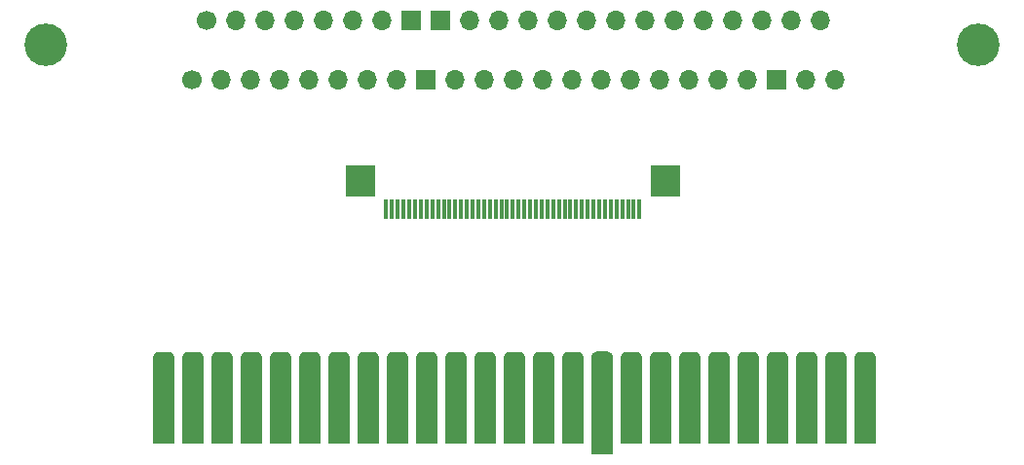
<source format=gts>
G04 #@! TF.GenerationSoftware,KiCad,Pcbnew,8.0.2*
G04 #@! TF.CreationDate,2024-05-08T12:07:27-04:00*
G04 #@! TF.ProjectId,SMS-to-GG,534d532d-746f-42d4-9747-2e6b69636164,4*
G04 #@! TF.SameCoordinates,Original*
G04 #@! TF.FileFunction,Soldermask,Top*
G04 #@! TF.FilePolarity,Negative*
%FSLAX46Y46*%
G04 Gerber Fmt 4.6, Leading zero omitted, Abs format (unit mm)*
G04 Created by KiCad (PCBNEW 8.0.2) date 2024-05-08 12:07:27*
%MOMM*%
%LPD*%
G01*
G04 APERTURE LIST*
G04 Aperture macros list*
%AMFreePoly0*
4,1,17,-0.910000,3.545000,-0.902068,3.629590,-0.857273,3.757607,-0.776734,3.866734,-0.667607,3.947273,-0.539590,3.992068,-0.455000,4.000000,0.455000,4.000000,0.539590,3.992068,0.667607,3.947273,0.776734,3.866734,0.857273,3.757607,0.902068,3.629590,0.910000,3.545000,0.910000,-4.000000,-0.910000,-4.000000,-0.910000,3.545000,-0.910000,3.545000,$1*%
%AMFreePoly1*
4,1,17,-0.910000,3.995000,-0.902068,4.079590,-0.857273,4.207607,-0.776734,4.316734,-0.667607,4.397273,-0.539590,4.442068,-0.455000,4.450000,0.455000,4.450000,0.539590,4.442068,0.667607,4.397273,0.776734,4.316734,0.857273,4.207607,0.902068,4.079590,0.910000,3.995000,0.910000,-4.450000,-0.910000,-4.450000,-0.910000,3.995000,-0.910000,3.995000,$1*%
G04 Aperture macros list end*
%ADD10R,0.300000X1.700000*%
%ADD11R,2.500000X2.800000*%
%ADD12FreePoly0,0.000000*%
%ADD13FreePoly1,0.000000*%
%ADD14C,3.700000*%
%ADD15C,1.700000*%
%ADD16O,1.700000X1.700000*%
%ADD17R,1.700000X1.700000*%
G04 APERTURE END LIST*
D10*
G04 #@! TO.C,J3*
X161620000Y-117570000D03*
X161120000Y-117570000D03*
X160620000Y-117570000D03*
X160120000Y-117570000D03*
X159620000Y-117570000D03*
X159120000Y-117570000D03*
X158620000Y-117570000D03*
X158120000Y-117570000D03*
X157620000Y-117570000D03*
X157120000Y-117570000D03*
X156620000Y-117570000D03*
X156120000Y-117570000D03*
X155620000Y-117570000D03*
X155120000Y-117570000D03*
X154620000Y-117570000D03*
X154120000Y-117570000D03*
X153620000Y-117570000D03*
X153120000Y-117570000D03*
X152620000Y-117570000D03*
X152120000Y-117570000D03*
X151620000Y-117570000D03*
X151120000Y-117570000D03*
X150620000Y-117570000D03*
X150120000Y-117570000D03*
X149620000Y-117570000D03*
X149120000Y-117570000D03*
X148620000Y-117570000D03*
X148120000Y-117570000D03*
X147620000Y-117570000D03*
X147120000Y-117570000D03*
X146620000Y-117570000D03*
X146120000Y-117570000D03*
X145620000Y-117570000D03*
X145120000Y-117570000D03*
X144620000Y-117570000D03*
X144120000Y-117570000D03*
X143620000Y-117570000D03*
X143120000Y-117570000D03*
X142620000Y-117570000D03*
X142120000Y-117570000D03*
X141620000Y-117570000D03*
X141120000Y-117570000D03*
X140620000Y-117570000D03*
X140120000Y-117570000D03*
X139620000Y-117570000D03*
D11*
X163870000Y-115120000D03*
X137370000Y-115120000D03*
G04 #@! TD*
D12*
G04 #@! TO.C,J1*
X120247000Y-133988000D03*
X122787000Y-133988000D03*
X125327000Y-133988000D03*
X127867000Y-133988000D03*
X130407000Y-133988000D03*
X132947000Y-133988000D03*
X135487000Y-133988000D03*
X138027000Y-133988000D03*
X140567000Y-133988000D03*
X143107000Y-133988000D03*
X145647000Y-133988000D03*
X148187000Y-133988000D03*
X150727000Y-133988000D03*
X153267000Y-133988000D03*
X155807000Y-133988000D03*
D13*
X158347000Y-134438000D03*
D12*
X160887000Y-133988000D03*
X163427000Y-133988000D03*
X165967000Y-133988000D03*
X168507000Y-133988000D03*
X171047000Y-133988000D03*
X173587000Y-133988000D03*
X176127000Y-133988000D03*
X178667000Y-133988000D03*
X181207000Y-133988000D03*
G04 #@! TD*
D14*
G04 #@! TO.C,J2*
X110020000Y-103302000D03*
X191046000Y-103302000D03*
D15*
X122720000Y-106290000D03*
X123990000Y-101170000D03*
D16*
X125260000Y-106290000D03*
X126530000Y-101170000D03*
X127800000Y-106290000D03*
X129070000Y-101170000D03*
X130340000Y-106290000D03*
X131610000Y-101170000D03*
X132880000Y-106290000D03*
X134150000Y-101170000D03*
X135420000Y-106290000D03*
X136690000Y-101170000D03*
X137960000Y-106290000D03*
X139230000Y-101170000D03*
X140500000Y-106290000D03*
D17*
X141770000Y-101170000D03*
X143040000Y-106290000D03*
X144310000Y-101170000D03*
D16*
X145580000Y-106290000D03*
X146850000Y-101170000D03*
X148120000Y-106290000D03*
X149390000Y-101170000D03*
X150660000Y-106290000D03*
X151930000Y-101170000D03*
X153200000Y-106290000D03*
X154470000Y-101170000D03*
X155740000Y-106290000D03*
X157010000Y-101170000D03*
X158280000Y-106290000D03*
X159550000Y-101170000D03*
X160820000Y-106290000D03*
X162090000Y-101170000D03*
X163360000Y-106290000D03*
X164630000Y-101170000D03*
X165900000Y-106290000D03*
X167170000Y-101170000D03*
X168440000Y-106290000D03*
X169710000Y-101170000D03*
X170980000Y-106290000D03*
X172250000Y-101170000D03*
D17*
X173520000Y-106290000D03*
D16*
X174790000Y-101170000D03*
X176060000Y-106290000D03*
X177330000Y-101170000D03*
X178600000Y-106290000D03*
G04 #@! TD*
M02*

</source>
